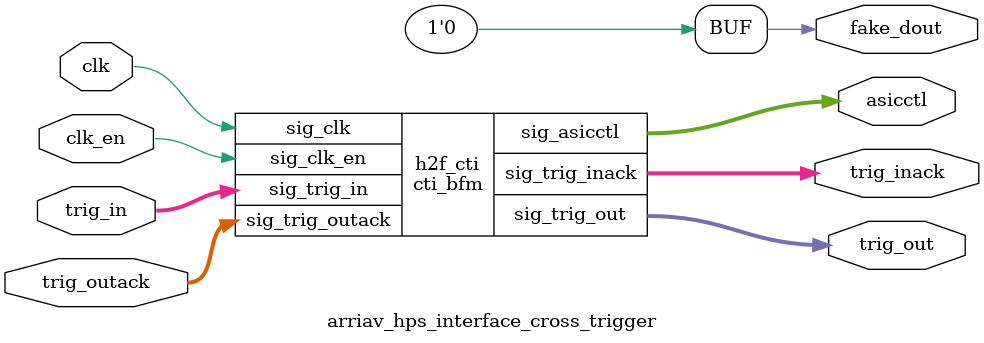
<source format=sv>


module cti_bfm
(
   sig_trig_in,
   sig_trig_outack,
   sig_clk_en,
   sig_trig_inack,
   sig_trig_out,
   sig_asicctl,
   sig_clk
);

   //--------------------------------------------------------------------------
   // =head1 PINS 
   // =head2 User defined interface
   //--------------------------------------------------------------------------
   input [7 : 0] sig_trig_in;
   input [7 : 0] sig_trig_outack;
   input sig_clk_en;
   output [7 : 0] sig_trig_inack;
   output [7 : 0] sig_trig_out;
   output [7 : 0] sig_asicctl;
   input sig_clk;

   // synthesis translate_off
   import verbosity_pkg::*;
   
   typedef logic [7 : 0] ROLE_trig_in_t;
   typedef logic [7 : 0] ROLE_trig_outack_t;
   typedef logic ROLE_clk_en_t;
   typedef logic [7 : 0] ROLE_trig_inack_t;
   typedef logic [7 : 0] ROLE_trig_out_t;
   typedef logic [7 : 0] ROLE_asicctl_t;
   typedef logic ROLE_clk_t;

   logic [7 : 0] trig_in_in;
   logic [7 : 0] trig_in_local;
   logic [7 : 0] trig_outack_in;
   logic [7 : 0] trig_outack_local;
   logic [0 : 0] clk_en_in;
   logic [0 : 0] clk_en_local;
   reg [7 : 0] trig_inack_temp;
   reg [7 : 0] trig_inack_out;
   reg [7 : 0] trig_out_temp;
   reg [7 : 0] trig_out_out;
   reg [7 : 0] asicctl_temp;
   reg [7 : 0] asicctl_out;
   logic [0 : 0] clk_in;
   logic [0 : 0] clk_local;

   //--------------------------------------------------------------------------
   // =head1 Public Methods API
   // =pod
   // This section describes the public methods in the application programming
   // interface (API). The application program interface provides methods for 
   // a testbench which instantiates, controls and queries state in this BFM 
   // component. Test programs must only use these public access methods and 
   // events to communicate with this BFM component. The API and module pins
   // are the only interfaces of this component that are guaranteed to be
   // stable. The API will be maintained for the life of the product. 
   // While we cannot prevent a test program from directly accessing internal
   // tasks, functions, or data private to the BFM, there is no guarantee that
   // these will be present in the future. In fact, it is best for the user
   // to assume that the underlying implementation of this component can 
   // and will change.
   // =cut
   //--------------------------------------------------------------------------
   
   event signal_input_trig_in_change;
   event signal_input_trig_outack_change;
   event signal_input_clk_en_change;
   event signal_input_clk_change;
   
   function automatic string get_version();  // public
      // Return BFM version string. For example, version 9.1 sp1 is "9.1sp1" 
      string ret_version = "12.1";
      return ret_version;
   endfunction

   // -------------------------------------------------------
   // trig_in
   // -------------------------------------------------------
   function automatic ROLE_trig_in_t get_trig_in();
   
      // Gets the trig_in input value.
      $sformat(message, "%m: called get_trig_in");
      print(VERBOSITY_DEBUG, message);
      return trig_in_in;
      
   endfunction

   // -------------------------------------------------------
   // trig_outack
   // -------------------------------------------------------
   function automatic ROLE_trig_outack_t get_trig_outack();
   
      // Gets the trig_outack input value.
      $sformat(message, "%m: called get_trig_outack");
      print(VERBOSITY_DEBUG, message);
      return trig_outack_in;
      
   endfunction

   // -------------------------------------------------------
   // clk_en
   // -------------------------------------------------------
   function automatic ROLE_clk_en_t get_clk_en();
   
      // Gets the clk_en input value.
      $sformat(message, "%m: called get_clk_en");
      print(VERBOSITY_DEBUG, message);
      return clk_en_in;
      
   endfunction

   // -------------------------------------------------------
   // trig_inack
   // -------------------------------------------------------

   function automatic void set_trig_inack (
      ROLE_trig_inack_t new_value
   );
      // Drive the new value to trig_inack.
      
      $sformat(message, "%m: method called arg0 %0d", new_value); 
      print(VERBOSITY_DEBUG, message);
      
      trig_inack_temp = new_value;
   endfunction

   // -------------------------------------------------------
   // trig_out
   // -------------------------------------------------------

   function automatic void set_trig_out (
      ROLE_trig_out_t new_value
   );
      // Drive the new value to trig_out.
      
      $sformat(message, "%m: method called arg0 %0d", new_value); 
      print(VERBOSITY_DEBUG, message);
      
      trig_out_temp = new_value;
   endfunction

   // -------------------------------------------------------
   // asicctl
   // -------------------------------------------------------

   function automatic void set_asicctl (
      ROLE_asicctl_t new_value
   );
      // Drive the new value to asicctl.
      
      $sformat(message, "%m: method called arg0 %0d", new_value); 
      print(VERBOSITY_DEBUG, message);
      
      asicctl_temp = new_value;
   endfunction

   // -------------------------------------------------------
   // clk
   // -------------------------------------------------------
   function automatic ROLE_clk_t get_clk();
   
      // Gets the clk input value.
      $sformat(message, "%m: called get_clk");
      print(VERBOSITY_DEBUG, message);
      return clk_in;
      
   endfunction

   assign trig_in_in = sig_trig_in;
   assign trig_outack_in = sig_trig_outack;
   assign clk_en_in = sig_clk_en;
   assign sig_trig_inack = trig_inack_temp;
   assign sig_trig_out = trig_out_temp;
   assign sig_asicctl = asicctl_temp;
   assign clk_in = sig_clk;


   always @(trig_in_in) begin
      if (trig_in_local != trig_in_in)
         -> signal_input_trig_in_change;
      trig_in_local = trig_in_in;
   end
   
   always @(trig_outack_in) begin
      if (trig_outack_local != trig_outack_in)
         -> signal_input_trig_outack_change;
      trig_outack_local = trig_outack_in;
   end
   
   always @(clk_en_in) begin
      if (clk_en_local != clk_en_in)
         -> signal_input_clk_en_change;
      clk_en_local = clk_en_in;
   end
   
   always @(clk_in) begin
      if (clk_local != clk_in)
         -> signal_input_clk_change;
      clk_local = clk_in;
   end
   


// synthesis translate_on

endmodule

module cyclonev_hps_interface_cross_trigger (
   input  wire [7:0] trig_in,
   input  wire [7:0] trig_outack,
   input  wire       clk,
   input  wire       clk_en,
   output wire [7:0] trig_inack,
   output wire [7:0] trig_out,
   output wire [7:0] asicctl,
   output wire       fake_dout
);

   assign fake_dout = 1'b0;

   cti_bfm h2f_cti (
      .sig_clk(clk),
      .sig_trig_in(trig_in),
      .sig_trig_inack(trig_inack),
      .sig_trig_out(trig_out),
      .sig_trig_outack(trig_outack),
      .sig_asicctl(asicctl),
      .sig_clk_en(clk_en)
   );

endmodule 

module arriav_hps_interface_cross_trigger (
   input  wire [7:0] trig_in,
   input  wire [7:0] trig_outack,
   input  wire       clk,
   input  wire       clk_en,
   output wire [7:0] trig_inack,
   output wire [7:0] trig_out,
   output wire [7:0] asicctl,
   output wire       fake_dout
);

   assign fake_dout = 1'b0;

   cti_bfm h2f_cti (
      .sig_clk(clk),
      .sig_trig_in(trig_in),
      .sig_trig_inack(trig_inack),
      .sig_trig_out(trig_out),
      .sig_trig_outack(trig_outack),
      .sig_asicctl(asicctl),
      .sig_clk_en(clk_en)
   );

endmodule 
</source>
